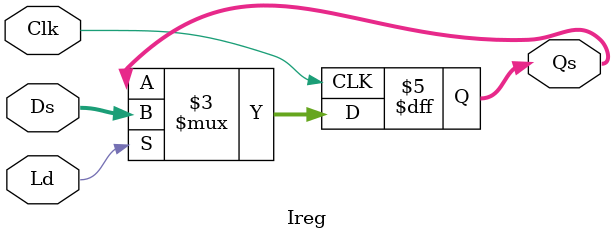
<source format=v>
module Ireg(output reg[31:0] Qs, input [31:0] Ds, input Ld, Clk);
	always @(posedge Clk) begin
		if(Ld) Qs = Ds;
	end
endmodule
</source>
